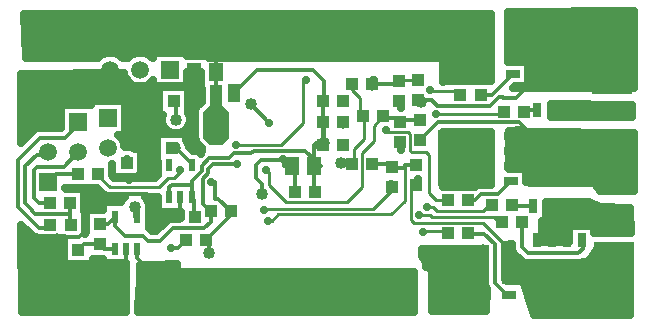
<source format=gbl>
G04 DipTrace 3.0.0.2*
G04 gd32f350withholtekregSHUNT.GBL*
%MOIN*%
G04 #@! TF.FileFunction,Copper,L2,Bot*
G04 #@! TF.Part,Single*
%AMOUTLINE0*
4,1,10,
0.019685,0.100394,
0.019685,0.033465,
0.043307,0.009843,
0.043307,-0.076772,
0.019685,-0.100394,
-0.019685,-0.100394,
-0.043307,-0.076772,
-0.043307,0.009843,
-0.019685,0.033465,
-0.019685,0.100394,
0.019685,0.100394,
0*%
G04 #@! TA.AperFunction,Conductor*
%ADD10C,0.009843*%
%ADD14C,0.012992*%
%ADD15C,0.011811*%
G04 #@! TA.AperFunction,CopperBalancing*
%ADD18C,0.025*%
%ADD19R,0.043307X0.03937*%
%ADD20R,0.03937X0.043307*%
%ADD21R,0.051181X0.059055*%
G04 #@! TA.AperFunction,ComponentPad*
%ADD22R,0.059055X0.059055*%
%ADD23C,0.059055*%
%ADD25R,0.137795X0.23622*%
%ADD26R,0.137795X0.19685*%
%ADD28R,0.19685X0.137795*%
%ADD31R,0.027559X0.045276*%
%ADD32R,0.185039X0.181102*%
%ADD34R,0.045276X0.027559*%
%ADD35R,0.181102X0.185039*%
%ADD37R,0.070866X0.125984*%
%ADD39R,0.023622X0.043307*%
%ADD42R,0.03937X0.059055*%
G04 #@! TA.AperFunction,ViaPad*
%ADD46C,0.027559*%
%ADD48C,0.04*%
%ADD101OUTLINE0*%
%FSLAX26Y26*%
G04*
G70*
G90*
G75*
G01*
G04 Bottom*
%LPD*%
X1786669Y1172109D2*
D10*
X1795266D1*
X1791531Y1168374D1*
X1875344D1*
X1888471Y1155247D1*
X1846097Y803864D2*
X1808080D1*
X1784276Y827668D1*
Y954465D1*
X1771865Y966875D1*
X1724869D1*
X1720261Y971483D1*
Y1024686D1*
X1713492Y1031455D1*
X1649810D1*
X1640909Y1040356D1*
X1845745Y696047D2*
Y702867D1*
X1760286D1*
X1765055Y698098D1*
X1806257Y1090806D2*
X1826671D1*
X1828165Y1092301D1*
X2025621D1*
X2032076Y1098756D1*
X1993413Y787894D2*
X1982003D1*
X1962154Y768045D1*
X1810633D1*
X1796486Y782192D1*
X1777682D1*
X1751081Y755592D2*
X1790854D1*
Y749724D1*
X2000727D1*
X2024501Y725950D1*
Y729446D1*
X2025845Y730790D1*
X1754920Y1004934D2*
D14*
X1814062Y1064076D1*
X2081954D1*
X2146059Y999971D1*
X2146231D1*
X2206819Y939383D1*
X1754920Y1004934D2*
D10*
Y1006399D1*
X736508Y643423D2*
D14*
X701560D1*
X686362Y658621D1*
X633617D1*
X613694Y638698D1*
X954787Y814761D2*
Y767906D1*
X937070Y750188D1*
X1039307Y673098D2*
X1050207D1*
Y629749D1*
X1122591Y767614D2*
Y756382D1*
X1039307Y673098D1*
X1526797Y1192739D2*
D10*
Y1171728D1*
X1554618Y1143907D1*
Y1095052D1*
X1564312Y1085358D1*
X1528024Y926228D2*
X1534273D1*
Y976283D1*
X1568273Y1010283D1*
Y1081398D1*
X1564312Y1085358D1*
X1528024Y926228D2*
X1493083D1*
X1490299Y929012D1*
X1325769Y918579D2*
X1296155D1*
Y941219D1*
X1325769Y918579D2*
D14*
X1304202Y940146D1*
X1225068D1*
X1207169Y922247D1*
Y879181D1*
X1226249Y860101D1*
Y825550D1*
X1335500Y833841D2*
Y908848D1*
X1325769Y918579D1*
X782717Y873374D2*
D10*
X787723D1*
X843362Y929013D1*
X1057450Y865014D2*
D15*
X1069852D1*
D14*
Y809325D1*
X1080879D1*
X1122591Y767614D1*
X1251451Y1063262D2*
X1188789Y1125925D1*
X773909Y643423D2*
Y533050D1*
X748039Y507180D1*
X546765Y638698D2*
Y685085D1*
X543552Y688298D1*
Y627249D1*
X478455Y562152D1*
X546765Y638698D2*
Y656760D1*
X571415Y681409D1*
X615403D1*
X640080Y706087D1*
Y783546D1*
X681228Y824694D1*
X842979D1*
Y803874D1*
X896665Y750188D1*
X937070D1*
X876572Y1140034D2*
D15*
X868591D1*
D14*
X864967Y1136411D1*
X999640Y1230760D2*
Y1175016D1*
X1014119Y1160537D1*
X1024900Y958591D2*
Y975171D1*
X983936Y1016135D1*
Y1130353D1*
X1014119Y1160537D1*
X552875Y1330381D2*
X561214Y1355736D1*
X536589D1*
X522860Y1369466D1*
X1074444Y1230760D2*
Y1383787D1*
X1080328Y1389672D1*
X1074444Y1230760D2*
Y1090940D1*
X1073175Y1089671D1*
X811311Y643423D2*
Y610648D1*
X921798Y500161D1*
X1631241Y1085358D2*
Y1079714D1*
X1671702D1*
X1686058Y1065358D1*
X1754920Y1071864D2*
X1692563D1*
X1686058Y1065358D1*
X1631241Y1085358D2*
D10*
Y1083980D1*
X1598509Y1051248D1*
Y1000530D1*
X1561573Y963594D1*
Y847974D1*
X1511052Y797453D1*
X1308163D1*
X1249241Y856374D1*
Y898430D1*
X1241235Y906437D1*
X1659412Y849358D2*
Y837349D1*
X1598058Y775995D1*
X1242251D1*
X1236787Y770531D1*
X1234776Y772543D1*
X1659412Y849358D2*
Y859430D1*
X1655445D1*
X1689486Y970693D2*
Y995001D1*
X1686058Y998429D1*
X1682197Y1135169D2*
Y1120390D1*
X1690585Y1112001D1*
X2048524Y488760D2*
D14*
X2042213D1*
X2003356Y527617D1*
Y657566D1*
X1967655Y693266D1*
X1915455D1*
X1912675Y696047D1*
X1913026Y803864D2*
X1935539D1*
X1955677Y824001D1*
X2013038D1*
X2058235Y869198D1*
X1955400Y1155247D2*
X1991982D1*
X2063056Y1226322D1*
X2092774Y730790D2*
Y648343D1*
X2113311Y627806D1*
X2279816D1*
X2295525Y643514D1*
Y667331D1*
X2291839Y671017D1*
X1055661Y767614D2*
Y765765D1*
X1045883Y775543D1*
X1029917Y791509D1*
Y877122D1*
X1048458Y895663D1*
Y910004D1*
X1063773Y925319D1*
X1141962D1*
X1045883Y775543D2*
X1055661Y767614D1*
X686362Y725550D2*
X712336D1*
X736508Y749722D1*
Y719404D1*
X771014Y684898D1*
X829562D1*
X846698Y667761D1*
X886682D1*
X930951Y712030D1*
X1033768D1*
X1055188Y733450D1*
Y767140D1*
X1746211Y1137398D2*
X1792369D1*
X1810711Y1119055D1*
X1986948D1*
X2015222Y1147329D1*
X2031688D1*
X2030117Y1145759D1*
X2072529D1*
X2187802Y1261031D1*
X2219870D1*
X1758272Y1131895D2*
X1751714D1*
X1746211Y1137398D1*
X924353Y645937D2*
X945217D1*
X972378Y673098D1*
X926156Y978398D2*
X939920D1*
X990945Y927373D1*
X989209D1*
X992189Y924392D1*
Y921060D1*
X926156Y978398D2*
X937026D1*
X811311Y749722D2*
X802430D1*
Y783430D1*
X585631Y794849D2*
Y759648D1*
Y726415D1*
X588571Y723475D1*
X585631Y759648D2*
X471613D1*
X461210Y770051D1*
Y771591D1*
X437843Y794958D1*
Y918045D1*
X476457Y956659D1*
X505782D1*
X513787Y964664D1*
X939340Y1073747D2*
Y1128967D1*
X931896Y1136411D1*
X1739178Y856378D2*
D10*
X1723576D1*
Y738051D1*
X1732862Y728765D1*
X1963858D1*
X2051203Y641420D1*
X2048543Y638760D1*
X1748236Y874085D2*
D14*
Y865436D1*
X1739178Y856378D1*
X1430085Y987798D2*
Y1064469D1*
X1431035Y1065419D1*
X1431325Y1135709D2*
Y1065709D1*
X1400572Y918579D2*
Y988501D1*
X1407418Y981655D1*
Y994244D1*
X1432711D1*
X1431035Y988748D2*
X1430085Y987798D1*
X1431325Y1135709D2*
X1432711Y994244D1*
X1003999Y750188D2*
X999845D1*
Y807105D1*
X992189Y814761D1*
X1400572Y918579D2*
X1422864D1*
X1371256Y970186D1*
X1198947D1*
X1190365Y961604D1*
X1134150D1*
X1117740Y945194D1*
X1051407D1*
X1025169Y918957D1*
Y900953D1*
X992189Y867972D1*
Y856909D1*
Y814761D1*
X1400572Y918579D2*
Y835698D1*
X1402429Y833841D1*
X917386Y814761D2*
Y848125D1*
X926171Y856909D1*
X992189D1*
X1132230Y1160537D2*
Y1162923D1*
X1208870Y1239563D1*
X1395940D1*
X1433067Y1202436D1*
Y1137450D1*
X1431325Y1135709D1*
X1746211Y1204327D2*
D10*
X1684425D1*
X1682197Y1202098D1*
X1593726Y1192739D2*
D14*
X1672837D1*
X1682197Y1202098D1*
X1593726Y1192739D2*
D10*
Y1178777D1*
X1590461Y1175512D1*
Y1214874D1*
X1600499Y1204836D1*
X1373262D2*
Y1202690D1*
X1368970Y1206982D1*
X1362533D1*
Y1061070D1*
X1290961Y989499D1*
X1141660D1*
X1739178Y923307D2*
D14*
X1702680D1*
Y913554D1*
X1662146D1*
X1659412Y916287D1*
X1594953Y926228D2*
X1649471D1*
X1659412Y916287D1*
X1702680Y913554D2*
D10*
Y802726D1*
X1657710Y757756D1*
X1280660D1*
X1259819Y736915D1*
X1248131D1*
X776927Y943739D2*
Y929507D1*
X776433Y929013D1*
X2144870Y1106692D2*
D14*
X2106941D1*
X2099005Y1098756D1*
X2131819Y785043D2*
X2063193D1*
X2060343Y787894D1*
X613150Y1064722D2*
Y1054406D1*
X570566Y1011822D1*
X486182D1*
X411878Y937517D1*
Y783033D1*
X482521Y712390D1*
X504589D1*
X506646Y710333D1*
X520927D1*
Y722760D1*
X521642Y723475D1*
X518702Y794849D2*
X483146D1*
X465961Y812034D1*
Y906234D1*
X476690Y916962D1*
X565388D1*
X613150Y964722D1*
X612870Y891442D2*
X540566D1*
X513787Y864664D1*
X952669Y905673D2*
D10*
Y899257D1*
X931978Y878566D1*
X913357D1*
X882108Y847316D1*
X720316D1*
X677995Y889638D1*
X679799Y891442D1*
X1498255Y1135709D2*
D14*
Y1135843D1*
X1497965Y1065419D2*
Y1063273D1*
X1497014Y987798D2*
D3*
D46*
X1786669Y1172109D3*
X1640909Y1040356D3*
X1765055Y698098D3*
X1806257Y1090806D3*
X1777682Y782192D3*
X1751081Y755592D3*
D48*
X1754920Y1006399D3*
D3*
X1050207Y629749D3*
X1490299Y929012D3*
D46*
X1296155Y941219D3*
D48*
X1226249Y825550D3*
D46*
X782717Y873374D3*
X1057450Y865014D3*
X1251451Y1063262D3*
D48*
X1188789Y1125925D3*
D46*
X876572Y1140034D3*
X1024900Y958591D3*
X1241235Y906437D3*
X1234776Y772543D3*
X1655445Y859430D3*
X1689486Y970693D3*
X1690585Y1112001D3*
X1141962Y925319D3*
D48*
X1758272Y1131895D3*
D46*
X924353Y645937D3*
D48*
X937026Y978398D3*
X802430Y783430D3*
X939340Y1073747D3*
D46*
X1748236Y874085D3*
D48*
X1432711Y994244D3*
D46*
X1600499Y1204836D3*
X1373262D3*
X1141660Y989499D3*
X1248131Y736915D3*
X776927Y943739D3*
X952669Y905673D3*
D48*
X1498255Y1135843D3*
X1497965Y1063273D3*
X1497014Y987798D3*
D46*
X1861046Y602117D3*
D48*
X949594Y549705D3*
X949122Y498780D3*
X949115Y444844D3*
X1004563Y445552D3*
X1068996Y447052D3*
X1138715D3*
X1200119Y446867D3*
X1264818Y444081D3*
X1326591Y460202D3*
X1385139Y461631D3*
X1439403D3*
X1493668D3*
X1546504Y464487D3*
X1603625Y461631D3*
X1665029Y463059D3*
X1723577Y458774D3*
X478455Y562152D3*
X557983Y451773D3*
X748039Y507180D3*
Y449020D3*
X683757Y452080D3*
X686056Y511003D3*
X683757Y559218D3*
X740505Y559428D3*
X552350Y567325D3*
X613353Y568402D3*
X610291Y513302D3*
X613353Y458203D3*
X2441005Y1091432D3*
X2397272Y1092125D3*
X2358695Y1090083D3*
X2316905Y1091248D3*
X2268863Y1089489D3*
X2222407Y1088768D3*
X2189669Y732732D3*
X2238913Y733042D3*
X2291669Y733226D3*
X2338386Y763777D3*
X2387799Y761232D3*
X2435374Y766671D3*
X780328Y1389672D3*
X830328D3*
X883696D3*
X930328D3*
X980328D3*
X1030328D3*
X1080328D3*
X1130328D3*
X1180328D3*
X1230328D3*
X1280328D3*
X1330328D3*
X1430328D3*
X1380328D3*
X1480328D3*
X1530328D3*
X1580328D3*
X1630328D3*
X1730328D3*
X1680328D3*
D46*
X1904702Y603134D3*
X1947367Y602398D3*
X1819703Y602678D3*
D48*
X2350491Y712621D3*
X2390215Y714711D3*
X1869961Y1308970D3*
X1919961Y1307241D3*
X1971689D3*
X1978600Y1260697D3*
X1930328Y1217500D3*
X1880328D3*
Y967500D3*
X1930328D3*
X1980328D3*
Y917500D3*
X1930328D3*
X1880328D3*
X1879160Y633273D3*
X1922816Y635471D3*
X1964301Y638276D3*
X1840178Y635016D3*
X2436211Y714711D3*
X488593Y1394663D3*
X552875Y1391601D3*
X614096D3*
X607974Y1333442D3*
X1923168Y1014196D3*
X1870612D3*
X1876873Y1264262D3*
X1927657Y1262534D3*
X552875Y1330381D3*
X482471D3*
X869999Y548573D3*
X871427Y499549D3*
X871420Y441812D3*
X436804Y1401801D2*
D18*
X1987566D1*
X437781Y1376932D2*
X1987517D1*
X438709Y1352063D2*
X1987469D1*
X439685Y1327194D2*
X1987419D1*
X440613Y1302325D2*
X1987370D1*
X1834411Y1277457D2*
X1987322D1*
X1834314Y1252588D2*
X1987273D1*
X1834217Y1227719D2*
X1987224D1*
X1834118Y1202850D2*
X1987175D1*
X1833484Y1028769D2*
X1986785D1*
X1833386Y1003900D2*
X1986736D1*
X1833289Y979031D2*
X1986686D1*
X1833190Y954163D2*
X1986638D1*
X1833093Y929294D2*
X1986589D1*
X1832995Y904425D2*
X1986541D1*
X1832898Y879556D2*
X1986491D1*
X1832801Y854688D2*
X1941130D1*
X976513Y1286780D2*
X1051723D1*
Y1277551D1*
X1821322Y1277332D1*
X1825041Y1276123D1*
X1828205Y1273824D1*
X1830503Y1270660D1*
X1831711Y1266940D1*
X1831818Y1252438D1*
X1831618Y1199753D1*
X1840325Y1201424D1*
X1989627D1*
X1990108Y1426663D1*
X433345Y1426669D1*
X439081Y1277610D1*
X678568Y1277566D1*
X684125Y1282969D1*
X691236Y1288136D1*
X699068Y1292127D1*
X707429Y1294844D1*
X716112Y1296218D1*
X724902D1*
X733584Y1294844D1*
X741945Y1292127D1*
X749777Y1288136D1*
X756888Y1282969D1*
X762370Y1277549D1*
X778568Y1277559D1*
X784125Y1282969D1*
X791236Y1288136D1*
X799068Y1292127D1*
X807429Y1294844D1*
X816112Y1296218D1*
X824902D1*
X833584Y1294844D1*
X841945Y1292127D1*
X849777Y1288136D1*
X856888Y1282969D1*
X862370Y1277549D1*
X864487Y1284352D1*
Y1296391D1*
X976526D1*
Y1286772D1*
X1877381Y850041D2*
X1935437D1*
X1940701Y853394D1*
X1947976Y856079D1*
X1955677Y856990D1*
X1956010Y856976D1*
X1988929Y856990D1*
X1989302Y1031059D1*
X1830929Y1031088D1*
X1830299Y850049D1*
X1894243Y849992D1*
X821094Y566262D2*
X940850D1*
X821094Y541394D2*
X1730255D1*
X821094Y516525D2*
X1730400D1*
X817724Y491656D2*
X1730499D1*
X817530Y466787D2*
X1730644D1*
X817383Y441919D2*
X1730743D1*
X818614Y589610D2*
Y510406D1*
X815343D1*
X814840Y432999D1*
X1733297Y430543D1*
X1732601Y565203D1*
X953404Y565177D1*
X949685Y566385D1*
X946520Y568682D1*
X944220Y571846D1*
X943012Y575566D1*
X942247Y591172D1*
X910122Y591131D1*
X903008Y589752D1*
X818572Y589652D1*
X426993Y1206472D2*
X773409D1*
X979043D2*
X1019844D1*
X426993Y1181604D2*
X881270D1*
X982559D2*
X1019844D1*
X427042Y1156735D2*
X881270D1*
X982559D2*
X1023898D1*
X427042Y1131866D2*
X654512D1*
X771573D2*
X881270D1*
X982559D2*
X1022286D1*
X427091Y1106997D2*
X554610D1*
X771573D2*
X881270D1*
X982559D2*
X1001974D1*
X427091Y1082129D2*
X554610D1*
X771573D2*
X891134D1*
X987589D2*
X1000899D1*
X427139Y1057260D2*
X554610D1*
X771573D2*
X893379D1*
X985294D2*
X1000899D1*
X427139Y1032391D2*
X457638D1*
X771573D2*
X915596D1*
X963077D2*
X1000899D1*
X763322Y1007522D2*
X875509D1*
X976798D2*
X1001436D1*
X789786Y982654D2*
X875509D1*
X985831D2*
X1020186D1*
X827091Y957785D2*
X875509D1*
X827091Y932916D2*
X875509D1*
X827091Y908047D2*
X876583D1*
X827091Y883178D2*
X871066D1*
X636270Y833441D2*
X687276D1*
X636270Y808572D2*
X760811D1*
X844034D2*
X876583D1*
X636270Y783703D2*
X695723D1*
X852091D2*
X876583D1*
X852091Y758835D2*
X953341D1*
X852091Y733966D2*
X903731D1*
X854483Y709097D2*
X878878D1*
X427432Y684228D2*
X462862D1*
X427482Y659360D2*
X563058D1*
X427482Y634491D2*
X563058D1*
X427530Y609622D2*
X563058D1*
X664346D2*
X695723D1*
X427530Y584753D2*
X770186D1*
X427530Y559885D2*
X770089D1*
X427579Y535016D2*
X769991D1*
X427579Y510147D2*
X769894D1*
X427627Y485278D2*
X769795D1*
X427627Y460409D2*
X769698D1*
X427677Y435541D2*
X769600D1*
X955853Y744978D2*
X955689Y766615D1*
X879083D1*
Y815883D1*
X835672Y815903D1*
X840043Y810757D1*
X843856Y804538D1*
X846622Y797865D1*
X849614Y797867D1*
Y711100D1*
X852888Y708224D1*
X860381Y700731D1*
X873017Y700749D1*
X909528Y737114D1*
X915975Y741423D1*
X923251Y744108D1*
X930951Y745018D1*
X931285Y745005D1*
X955804Y745018D1*
X661016Y845283D2*
X569841Y845265D1*
X574986Y841026D1*
X633777D1*
Y769688D1*
X636717Y769652D1*
Y691576D1*
X640185Y697975D1*
Y773696D1*
X698241D1*
X698205Y797867D1*
X758215D1*
X761005Y804538D1*
X764818Y810757D1*
X769197Y815917D1*
X717852Y816000D1*
X710609Y817440D1*
X703903Y820531D1*
X698104Y825104D1*
X697874Y825352D1*
X677945Y845265D1*
X631654Y845314D1*
X709039Y595277D2*
X698205D1*
Y610462D1*
X661886Y610475D1*
X661840Y592521D1*
X565549D1*
Y677336D1*
X473496Y677298D1*
Y680667D1*
X467545Y682997D1*
X461097Y687306D1*
X424909Y723349D1*
X425259Y432954D1*
X772076Y430594D1*
X772736Y594765D1*
X710630Y594891D1*
X708969Y595277D1*
X879083Y888686D2*
X879075Y932220D1*
X878010D1*
Y1024575D1*
X937026Y1024890D1*
X942133Y1024573D1*
X942988Y1027398D1*
X935692D1*
X928487Y1028539D1*
X921549Y1030794D1*
X915047Y1034106D1*
X909146Y1038394D1*
X903987Y1043552D1*
X899699Y1049454D1*
X896387Y1055955D1*
X894133Y1062894D1*
X892991Y1070098D1*
Y1077395D1*
X894133Y1084600D1*
X895908Y1090240D1*
X883751Y1090232D1*
Y1182587D1*
X980042D1*
Y1096210D1*
X983556Y1088114D1*
X985260Y1081020D1*
X985832Y1073747D1*
X985260Y1066474D1*
X983556Y1059379D1*
X980765Y1052639D1*
X976953Y1046420D1*
X972215Y1040871D1*
X966667Y1036134D1*
X960448Y1032322D1*
X953707Y1029530D1*
X946613Y1027827D1*
X942988Y1027398D1*
X942415Y1024575D1*
X974302D1*
Y1006167D1*
X978451Y999505D1*
X981243Y992765D1*
X982946Y985671D1*
X983395Y981547D1*
X995736Y969234D1*
X1026982Y969206D1*
X1026913Y978402D1*
X1008434Y997327D1*
X1005392Y1002760D1*
X1003702Y1008755D1*
X1003375Y1012899D1*
X1003457Y1101591D1*
X1004672Y1107699D1*
X1007280Y1113354D1*
X1011379Y1118471D1*
X1026499Y1133610D1*
X1026348Y1174740D1*
X1022361D1*
Y1231235D1*
X976507Y1230730D1*
X976526Y1184352D1*
X864487D1*
Y1205689D1*
X860118Y1200760D1*
X853434Y1195050D1*
X845938Y1190458D1*
X837818Y1187093D1*
X829270Y1185042D1*
X820507Y1184352D1*
X811743Y1185042D1*
X803196Y1187093D1*
X795075Y1190458D1*
X787579Y1195050D1*
X780895Y1200760D1*
X775185Y1207444D1*
X770593Y1214940D1*
X767228Y1223060D1*
X765764Y1228659D1*
X424479Y1225189D1*
X424676Y996917D1*
X464759Y1036906D1*
X471206Y1041214D1*
X478482Y1043899D1*
X486182Y1044810D1*
X486516Y1044797D1*
X556934Y1044810D1*
X557130Y1071202D1*
Y1120741D1*
X656983D1*
X657018Y1134337D1*
X769058D1*
Y1022298D1*
X747720D1*
X752650Y1017929D1*
X758360Y1011245D1*
X762951Y1003749D1*
X766316Y995629D1*
X768367Y987081D1*
X768831Y983173D1*
X776927Y984010D1*
X783227Y983514D1*
X789371Y982039D1*
X795210Y979621D1*
X802024Y975196D1*
X824579Y975190D1*
Y882836D1*
X729215D1*
X727945Y887619D1*
X728287Y895336D1*
Y924388D1*
X727945Y887619D1*
X733353Y878730D1*
X869114Y878748D1*
X879058Y888692D1*
X1023190Y982129D2*
X1008434Y997327D1*
X1005392Y1002760D1*
X1003702Y1008755D1*
X1003457Y1010820D1*
X1011135Y994165D1*
X1007280Y999056D1*
X1004672Y1004711D1*
X1003457Y1010820D1*
X1003388Y1013231D1*
X1003375Y1083765D1*
X1003457Y1101591D1*
X1004672Y1107699D1*
X1007280Y1113354D1*
X1011135Y1118245D1*
X1763293Y618869D2*
X1967864D1*
X1775744Y594000D2*
X1967864D1*
X1797472Y569131D2*
X1967864D1*
X1797472Y544262D2*
X1967864D1*
X1797472Y519394D2*
X1968937D1*
X1797472Y494525D2*
X1973088D1*
X1797472Y469656D2*
X1972795D1*
X1797472Y444787D2*
X1972503D1*
X1813327Y643421D2*
X1809613D1*
X1801251Y640685D1*
X1786764Y641110D1*
X1758907Y642235D1*
X1759987Y620448D1*
X1772852Y594428D1*
X1773434Y590560D1*
X1772682Y582930D1*
X1788108Y577862D1*
X1791281Y575577D1*
X1793593Y572424D1*
X1794818Y568709D1*
X1794980Y554201D1*
X1794991Y436504D1*
X1974903Y436480D1*
X1975751Y509571D1*
X1972878Y514992D1*
X1970773Y522457D1*
X1970367Y527617D1*
Y633916D1*
X1813067Y643421D1*
X1800236Y640605D1*
X1799255Y640606D1*
X2192764Y1099946D2*
X2457369D1*
X2459282Y1123310D2*
X2190243Y1124748D1*
X2190264Y1080820D1*
X2460281Y1083706D1*
X2459306Y1123315D1*
X2174589Y775614D2*
X2452450D1*
X2174589Y750745D2*
X2452791D1*
X2162430Y725877D2*
X2453085D1*
X2162870Y701008D2*
X2249081D1*
X2334598D2*
X2453378D1*
X2163310Y676139D2*
X2249081D1*
X2264067Y720147D2*
X2332110D1*
Y694219D1*
X2455980Y695643D1*
X2454902Y779946D1*
X2351854Y782940D1*
X2347990Y784360D1*
X2317259Y800484D1*
X2172043Y799482D1*
X2172091Y735913D1*
X2159736D1*
X2161248Y664369D1*
X2251531D1*
X2251567Y720147D1*
X2264067D1*
X2050100Y1410751D2*
X2463020D1*
X2050149Y1385882D2*
X2463118D1*
X2050198Y1361014D2*
X2463167D1*
X2050247Y1336145D2*
X2463215D1*
X2050247Y1311276D2*
X2463313D1*
X2050296Y1286407D2*
X2463362D1*
X2114700Y1261538D2*
X2463460D1*
X2114700Y1236670D2*
X2463508D1*
X2114700Y1211801D2*
X2463557D1*
X2114700Y1186932D2*
X2463655D1*
X2047764Y1266593D2*
X2112186D1*
Y1186050D1*
X2069462D1*
X2063008Y1179621D1*
X2466168Y1179626D1*
X2465467Y1435597D1*
X2047593Y1433736D1*
X2047820Y1266598D1*
X2051430Y1014996D2*
X2464594D1*
X2051675Y990127D2*
X2464496D1*
X2051919Y965259D2*
X2464448D1*
X2052163Y940390D2*
X2464350D1*
X2052358Y915521D2*
X2464252D1*
X2109877Y890652D2*
X2464203D1*
X2110512Y865783D2*
X2464106D1*
X2353480Y840915D2*
X2464008D1*
X2049877Y909470D2*
X2107365D1*
Y865866D1*
X2141505Y862051D1*
X2332912Y861911D1*
X2336631Y860702D1*
X2339795Y858403D1*
X2341598Y856122D1*
X2354073Y835877D1*
X2466541Y834579D1*
X2467127Y1030479D1*
X2116545Y1032479D1*
X2091491Y1039672D1*
X2048714Y1034911D1*
X2049933Y909448D1*
X2038824Y633461D2*
X2060825D1*
X2340192D2*
X2452525D1*
X2038824Y608592D2*
X2083385D1*
X2323932D2*
X2452428D1*
X2038824Y583723D2*
X2452329D1*
X2038824Y558854D2*
X2452232D1*
X2101861Y533986D2*
X2452134D1*
X2109381Y509117D2*
X2452037D1*
X2116900Y484248D2*
X2451940D1*
X2124420Y459379D2*
X2451841D1*
X2131988Y434510D2*
X2451744D1*
X2332110Y624955D2*
Y621887D1*
X2330109D1*
X2318087Y603766D1*
X2315039Y601315D1*
X2311383Y599925D1*
X2308718Y599660D1*
X2297052Y599678D1*
X2290010Y596432D1*
X2282404Y594919D1*
X2113311Y594818D1*
X2105610Y595728D1*
X2098335Y598413D1*
X2091887Y602722D1*
X2067690Y626919D1*
X2063382Y633366D1*
X2060697Y640642D1*
X2059786Y648343D1*
X2059799Y648676D1*
X2059786Y657766D1*
X2036312Y656596D1*
X2036344Y541306D1*
X2043087Y536978D1*
X2091126Y536824D1*
X2094845Y535615D1*
X2098009Y533316D1*
X2100308Y530152D1*
X2104757Y516136D1*
X2133073Y422625D1*
X2454256Y420715D1*
X2455046Y641535D1*
X2342289Y640558D1*
X2332307Y625236D1*
D19*
X1122591Y767614D3*
X1055661D3*
X859227Y978398D3*
X926156D3*
X1039307Y673098D3*
X972378D3*
X1003999Y750188D3*
X937070D3*
X931896Y1136411D3*
X864967D3*
X1402429Y833841D3*
X1335500D3*
D21*
X1400572Y918579D3*
X1325769D3*
D19*
X1498255Y1135709D3*
X1431325D3*
X1497014Y987798D3*
X1430085D3*
X1497965Y1065419D3*
X1431035D3*
D22*
X920507Y1240371D3*
D23*
X820507D3*
X720507D3*
D22*
X713038Y1078318D3*
D23*
Y978318D3*
D22*
X513787Y864664D3*
D23*
Y964664D3*
Y1064664D3*
D22*
X613150Y1064722D3*
D23*
Y964722D3*
D25*
X2399924Y549583D3*
D26*
X2398480Y939961D3*
D25*
X2394883Y1275325D3*
D28*
X522860Y1369466D3*
X527517Y500243D3*
D31*
X2141839Y671037D3*
X2191839Y671017D3*
X2241839D3*
X2291839D3*
D32*
X2216839Y516677D3*
D31*
X2281819Y785024D3*
X2231819Y785043D3*
X2181819D3*
X2131819D3*
D32*
X2206819Y939383D3*
D31*
X2294870Y1106672D3*
X2244870Y1106692D3*
X2194870D3*
X2144870D3*
D32*
X2219870Y1261031D3*
D34*
X2063076Y1376322D3*
X2063056Y1326322D3*
Y1276322D3*
Y1226322D3*
D35*
X1908717Y1301322D3*
D34*
X2058255Y1019198D3*
X2058235Y969198D3*
Y919198D3*
Y869198D3*
D35*
X1903895Y944198D3*
D34*
X2048543Y638760D3*
X2048524Y588760D3*
Y538760D3*
Y488760D3*
D35*
X1894184Y563760D3*
D21*
X1074444Y1230760D3*
X999640D3*
D20*
X1746211Y1137398D3*
Y1204327D3*
X1754920Y1004934D3*
Y1071864D3*
X1739178Y856378D3*
Y923307D3*
X1682197Y1135169D3*
Y1202098D3*
X1686058Y998429D3*
Y1065358D3*
X1659412Y849358D3*
Y916287D3*
D19*
X1593726Y1192739D3*
X1526797D3*
X1631241Y1085358D3*
X1564312D3*
X1594953Y926228D3*
X1528024D3*
X1912675Y696047D3*
X1845745D3*
X1913026Y803864D3*
X1846097D3*
X1955400Y1155247D3*
X1888471D3*
X2092774Y730790D3*
X2025845D3*
X588571Y723475D3*
X521642D3*
X585631Y794849D3*
X518702D3*
X2060343Y787894D3*
X1993413D3*
X2099005Y1098756D3*
X2032076D3*
X612870Y891442D3*
X679799D3*
X546765Y638698D3*
X613694D3*
D20*
X686362Y725550D3*
Y658621D3*
D19*
X843362Y929013D3*
X776433D3*
D37*
X701325Y500161D3*
X921798D3*
D39*
X992189Y814761D3*
X954787D3*
X917386D3*
Y921060D3*
X992189D3*
X811311Y643423D3*
X773909D3*
X736508D3*
Y749722D3*
X811311D3*
D42*
X1014119Y1160537D3*
D101*
X1073175Y1089671D3*
D42*
X1132230Y1160537D3*
M02*

</source>
